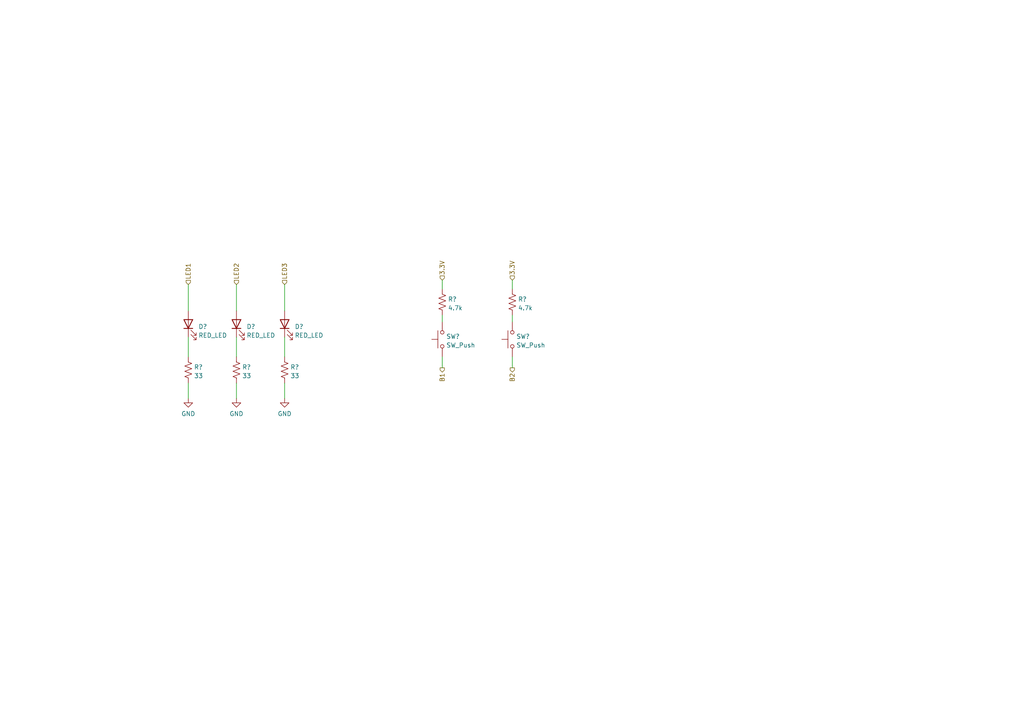
<source format=kicad_sch>
(kicad_sch (version 20211123) (generator eeschema)
  (paper "A4")
  (lib_symbols
    (symbol "Device:LED" (pin_numbers hide) (pin_names (offset 1.016) hide)
      (property "Reference" "D" (at 0 2.54 0))
      (property "Value" "LED" (at 0 -2.54 0))
      (symbol "LED_0_1"
        (polyline (pts (xy -1.27 -1.27) (xy -1.27 1.27)) (stroke (width 0.254)))
        (polyline (pts (xy -1.27 0) (xy 1.27 0)))
        (polyline (pts (xy 1.27 -1.27) (xy 1.27 1.27) (xy -1.27 0) (xy 1.27 -1.27)) (stroke (width 0.254)))
        (polyline (pts (xy -3.048 -0.762) (xy -4.572 -2.286) (xy -3.81 -2.286) (xy -4.572 -2.286) (xy -4.572 -1.524)))
        (polyline (pts (xy -1.778 -0.762) (xy -3.302 -2.286) (xy -2.54 -2.286) (xy -3.302 -2.286) (xy -3.302 -1.524)))
      )
      (symbol "LED_1_1"
        (pin passive line (at -3.81 0 0) (length 2.54) (name "K") (number "1"))
        (pin passive line (at 3.81 0 180) (length 2.54) (name "A") (number "2"))
      )
    )
    (symbol "Device:R_US" (pin_numbers hide) (pin_names (offset 0))
      (property "Reference" "R" (at 2.54 0 90))
      (property "Value" "R_US" (at -2.54 0 90))
      (symbol "R_US_0_1"
        (polyline (pts (xy 0 -2.286) (xy 0 -2.54)))
        (polyline (pts (xy 0 2.286) (xy 0 2.54)))
        (polyline (pts (xy 0 -0.762) (xy 1.016 -1.143) (xy 0 -1.524) (xy -1.016 -1.905) (xy 0 -2.286)))
        (polyline (pts (xy 0 0.762) (xy 1.016 0.381) (xy 0 0) (xy -1.016 -0.381) (xy 0 -0.762)))
        (polyline (pts (xy 0 2.286) (xy 1.016 1.905) (xy 0 1.524) (xy -1.016 1.143) (xy 0 0.762)))
      )
      (symbol "R_US_1_1"
        (pin passive line (at 0 3.81 270) (length 1.27) (name "~") (number "1"))
        (pin passive line (at 0 -3.81 90) (length 1.27) (name "~") (number "2"))
      )
    )
    (symbol "Switch:SW_Push" (pin_numbers hide) (pin_names (offset 1.016) hide)
      (property "Reference" "SW" (at 1.27 2.54 0))
      (property "Value" "SW_Push" (at 0 -1.524 0))
      (symbol "SW_Push_0_1"
        (circle (center -2.032 0) (radius 0.508))
        (polyline (pts (xy 0 1.27) (xy 0 3.048)))
        (polyline (pts (xy 2.54 1.27) (xy -2.54 1.27)))
        (circle (center 2.032 0) (radius 0.508))
        (pin passive line (at -5.08 0 0) (length 2.54) (name "1") (number "1"))
        (pin passive line (at 5.08 0 180) (length 2.54) (name "2") (number "2"))
      )
    )
    (symbol "power:GND" (power) (pin_names (offset 0))
      (property "Value" "GND" (at 0 -3.81 0))
      (symbol "GND_0_1"
        (polyline (pts (xy 0 0) (xy 0 -1.27) (xy 1.27 -1.27) (xy 0 -2.54) (xy -1.27 -1.27) (xy 0 -1.27)))
      )
      (symbol "GND_1_1"
        (pin power_in line (at 0 0 270) (length 0) hide (name "GND") (number "1"))
      )
    )
  )
  (wire (pts (xy 148.59 81.28) (xy 148.59 83.82)))
  (wire (pts (xy 82.55 82.55) (xy 82.55 90.17)))
  (wire (pts (xy 68.58 82.55) (xy 68.58 90.17)))
  (wire (pts (xy 68.58 97.79) (xy 68.58 103.505)))
  (wire (pts (xy 82.55 97.79) (xy 82.55 103.505)))
  (wire (pts (xy 128.27 81.28) (xy 128.27 83.82)))
  (wire (pts (xy 128.27 103.505) (xy 128.27 106.68)))
  (wire (pts (xy 148.59 103.505) (xy 148.59 106.68)))
  (wire (pts (xy 54.61 82.55) (xy 54.61 90.17)))
  (wire (pts (xy 54.61 111.125) (xy 54.61 115.57)))
  (wire (pts (xy 82.55 111.125) (xy 82.55 115.57)))
  (wire (pts (xy 68.58 111.125) (xy 68.58 115.57)))
  (wire (pts (xy 54.61 97.79) (xy 54.61 103.505)))
  (wire (pts (xy 148.59 91.44) (xy 148.59 93.345)))
  (wire (pts (xy 128.27 91.44) (xy 128.27 93.345)))
  (hierarchical_label "LED2" (shape input) (at 68.58 82.55 90))
  (hierarchical_label "LED3" (shape input) (at 82.55 82.55 90))
  (hierarchical_label "3.3V" (shape input) (at 128.27 81.28 90))
  (hierarchical_label "B2" (shape output) (at 148.59 106.68 270))
  (hierarchical_label "LED1" (shape input) (at 54.61 82.55 90))
  (hierarchical_label "3.3V" (shape input) (at 148.59 81.28 90))
  (hierarchical_label "B1" (shape output) (at 128.27 106.68 270))
  (symbol (lib_id "Device:LED") (at 54.61 93.98 90) (unit 1)
    (property "Reference" "D?" (at 57.531 94.7328 90) (effects (justify right)))
    (property "Value" "RED_LED" (at 57.531 97.2697 90) (effects (justify right)))
  )
  (symbol (lib_id "Switch:SW_Push") (at 128.27 98.425 90) (unit 1)
    (property "Reference" "SW?" (at 129.413 97.5903 90) (effects (justify right)))
    (property "Value" "SW_Push" (at 129.413 100.1272 90) (effects (justify right)))
  )
  (symbol (lib_id "Device:LED") (at 82.55 93.98 90) (unit 1)
    (property "Reference" "D?" (at 85.471 94.7328 90) (effects (justify right)))
    (property "Value" "RED_LED" (at 85.471 97.2697 90) (effects (justify right)))
  )
  (symbol (lib_id "Device:R_US") (at 128.27 87.63 0) (unit 1)
    (property "Reference" "R?" (at 129.921 86.7953 0) (effects (justify left)))
    (property "Value" "4.7k" (at 129.921 89.3322 0) (effects (justify left)))
  )
  (symbol (lib_id "Switch:SW_Push") (at 148.59 98.425 90) (unit 1)
    (property "Reference" "SW?" (at 149.733 97.5903 90) (effects (justify right)))
    (property "Value" "SW_Push" (at 149.733 100.1272 90) (effects (justify right)))
  )
  (symbol (lib_id "Device:LED") (at 68.58 93.98 90) (unit 1)
    (property "Reference" "D?" (at 71.501 94.7328 90) (effects (justify right)))
    (property "Value" "RED_LED" (at 71.501 97.2697 90) (effects (justify right)))
  )
  (symbol (lib_id "Device:R_US") (at 68.58 107.315 0) (unit 1)
    (property "Reference" "R?" (at 70.231 106.4803 0) (effects (justify left)))
    (property "Value" "33" (at 70.231 109.0172 0) (effects (justify left)))
  )
  (symbol (lib_id "power:GND") (at 82.55 115.57 0) (unit 1)
    (property "Reference" "#PWR?" (effects hide))
    (property "Value" "GND" (at 82.55 120.0134 0))
  )
  (symbol (lib_id "Device:R_US") (at 148.59 87.63 0) (unit 1)
    (property "Reference" "R?" (at 150.241 86.7953 0) (effects (justify left)))
    (property "Value" "4.7k" (at 150.241 89.3322 0) (effects (justify left)))
  )
  (symbol (lib_id "power:GND") (at 54.61 115.57 0) (unit 1)
    (property "Reference" "#PWR?" (effects hide))
    (property "Value" "GND" (at 54.61 120.0134 0))
  )
  (symbol (lib_id "power:GND") (at 68.58 115.57 0) (unit 1)
    (property "Reference" "#PWR?" (effects hide))
    (property "Value" "GND" (at 68.58 120.0134 0))
  )
  (symbol (lib_id "Device:R_US") (at 82.55 107.315 0) (unit 1)
    (property "Reference" "R?" (at 84.201 106.4803 0) (effects (justify left)))
    (property "Value" "33" (at 84.201 109.0172 0) (effects (justify left)))
  )
  (symbol (lib_id "Device:R_US") (at 54.61 107.315 0) (unit 1)
    (property "Reference" "R?" (at 56.261 106.4803 0) (effects (justify left)))
    (property "Value" "33" (at 56.261 109.0172 0) (effects (justify left)))
  )
)
</source>
